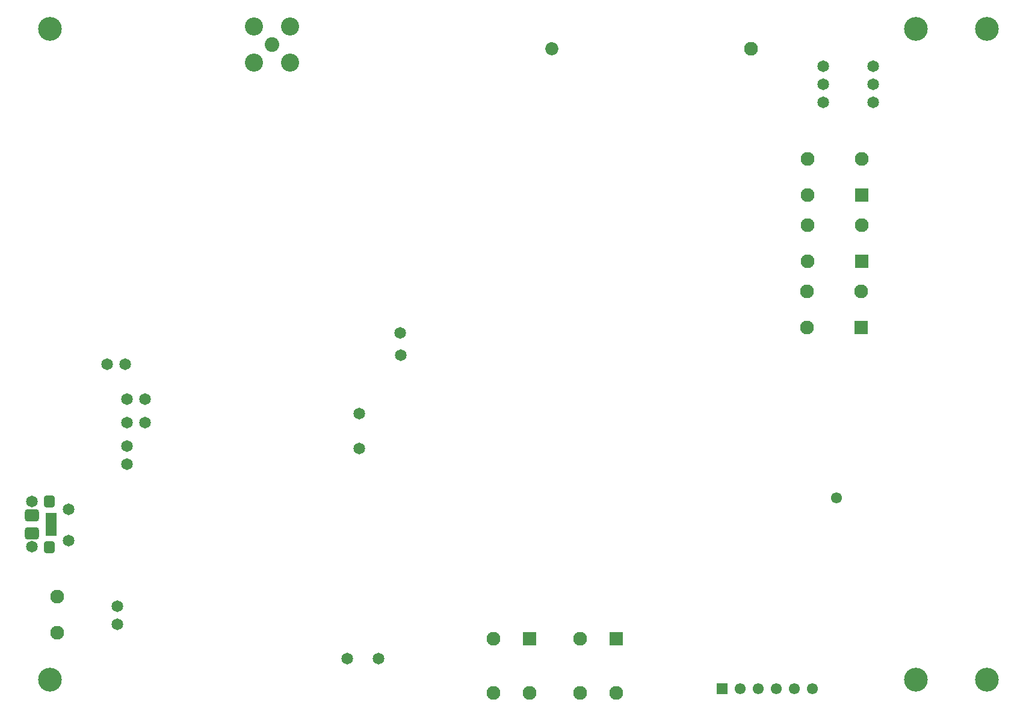
<source format=gbs>
G04 Layer_Color=16711935*
%FSLAX44Y44*%
%MOMM*%
G71*
G01*
G75*
%ADD120C,1.6500*%
%ADD121C,1.8500*%
%ADD122C,1.9500*%
%ADD123C,3.3500*%
%ADD124R,1.9500X1.9500*%
%ADD125C,1.5500*%
%ADD126R,1.5500X1.5500*%
%ADD127C,2.5500*%
%ADD128C,2.0500*%
%ADD129R,1.9500X1.9500*%
%ADD130R,1.6000X0.6500*%
G04:AMPARAMS|DCode=131|XSize=1.75mm|YSize=1.55mm|CornerRadius=0.425mm|HoleSize=0mm|Usage=FLASHONLY|Rotation=90.000|XOffset=0mm|YOffset=0mm|HoleType=Round|Shape=RoundedRectangle|*
%AMROUNDEDRECTD131*
21,1,1.7500,0.7000,0,0,90.0*
21,1,0.9000,1.5500,0,0,90.0*
1,1,0.8500,0.3500,0.4500*
1,1,0.8500,0.3500,-0.4500*
1,1,0.8500,-0.3500,-0.4500*
1,1,0.8500,-0.3500,0.4500*
%
%ADD131ROUNDEDRECTD131*%
G04:AMPARAMS|DCode=132|XSize=1.75mm|YSize=2.05mm|CornerRadius=0.475mm|HoleSize=0mm|Usage=FLASHONLY|Rotation=90.000|XOffset=0mm|YOffset=0mm|HoleType=Round|Shape=RoundedRectangle|*
%AMROUNDEDRECTD132*
21,1,1.7500,1.1000,0,0,90.0*
21,1,0.8000,2.0500,0,0,90.0*
1,1,0.9500,0.5500,0.4000*
1,1,0.9500,0.5500,-0.4000*
1,1,0.9500,-0.5500,-0.4000*
1,1,0.9500,-0.5500,0.4000*
%
%ADD132ROUNDEDRECTD132*%
D120*
X1549110Y975300D02*
D03*
Y1000700D02*
D03*
X1546700Y1116110D02*
D03*
X1521300D02*
D03*
X1903000Y702000D02*
D03*
X1859000D02*
D03*
X1416000Y859250D02*
D03*
Y922750D02*
D03*
X1536110Y775700D02*
D03*
Y750300D02*
D03*
X1549300Y1034110D02*
D03*
X1574700D02*
D03*
X1549300Y1067110D02*
D03*
X1574700D02*
D03*
X1467000Y912000D02*
D03*
Y868000D02*
D03*
X1934500Y1128500D02*
D03*
X1933500Y1160500D02*
D03*
X1876500Y1047000D02*
D03*
Y998000D02*
D03*
X2599000Y1535000D02*
D03*
Y1509600D02*
D03*
Y1484200D02*
D03*
X2529000D02*
D03*
Y1509600D02*
D03*
Y1535000D02*
D03*
D121*
X2147000Y1560000D02*
D03*
D122*
X2427000D02*
D03*
X2116000Y653800D02*
D03*
X2065200D02*
D03*
Y730000D02*
D03*
X2187200D02*
D03*
Y653800D02*
D03*
X2238000D02*
D03*
X1451000Y738200D02*
D03*
Y789000D02*
D03*
X2583170Y1311870D02*
D03*
X2506970D02*
D03*
Y1261070D02*
D03*
X2505970Y1167820D02*
D03*
Y1218620D02*
D03*
X2582170D02*
D03*
X2506800Y1354000D02*
D03*
Y1404800D02*
D03*
X2583000D02*
D03*
D123*
X2659000Y672500D02*
D03*
Y1587500D02*
D03*
X1441000Y672500D02*
D03*
X2759000D02*
D03*
Y1587500D02*
D03*
X1441000D02*
D03*
D124*
X2116000Y730000D02*
D03*
X2238000D02*
D03*
D125*
X2514000Y660000D02*
D03*
X2488600D02*
D03*
X2463200D02*
D03*
X2412400D02*
D03*
X2437800D02*
D03*
X2548000Y928000D02*
D03*
D126*
X2387000Y660000D02*
D03*
D127*
X1778400Y1540600D02*
D03*
Y1591400D02*
D03*
X1727600D02*
D03*
Y1540600D02*
D03*
D128*
X1753000Y1566000D02*
D03*
D129*
X2583170Y1261070D02*
D03*
X2582170Y1167820D02*
D03*
X2583000Y1354000D02*
D03*
D130*
X1442750Y904000D02*
D03*
Y897500D02*
D03*
Y891000D02*
D03*
Y884500D02*
D03*
Y878000D02*
D03*
D131*
X1440000Y859000D02*
D03*
Y923000D02*
D03*
D132*
X1416000Y878500D02*
D03*
Y903500D02*
D03*
M02*

</source>
